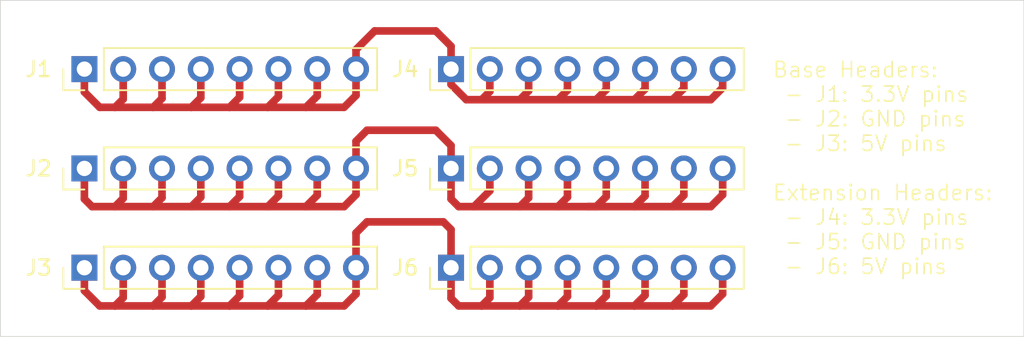
<source format=kicad_pcb>
(kicad_pcb (version 20241229) (generator "pcbnew") (generator_version "9.0")
  (layers (0 "F.Cu" signal) (2 "B.Cu" signal) (13 "F.Paste" user) (15 "B.Paste" user) (5 "F.SilkS" user "F.Silkscreen") (7 "B.SilkS" user "B.Silkscreen") (1 "F.Mask" user) (3 "B.Mask" user) (25 "Edge.Cuts" user))
  (net 0 "")
  (net 1 "+3.3V")
  (net 2 "GND")
  (net 3 "+5V")
  (footprint "Connector_PinHeader_2.54mm:PinHeader_1x08_P2.54mm_Vertical" (layer "F.Cu") (at 139.5 78.5 90)
    (property "Reference" "J5" (at 0 -3 0) (layer "F.SilkS"))
    (property "Value" "Conn_01x08" (hide yes))
    (fp_line (start -1.38 -1.38) (end 0 -1.38) (stroke (width 0.12)) (layer "F.SilkS"))
    (fp_line (start -1.38 0) (end -1.38 -1.38) (stroke (width 0.12)) (layer "F.SilkS"))
    (fp_line (start 1.38 1.27) (end 1.38 19.16) (stroke (width 0.12)) (layer "F.SilkS"))
    (fp_line (start -1.38 1.27) (end 1.38 1.27) (stroke (width 0.12)) (layer "F.SilkS"))
    (fp_line (start -1.38 1.27) (end -1.38 19.16) (stroke (width 0.12)) (layer "F.SilkS"))
    (fp_line (start -1.38 19.16) (end 1.38 19.16) (stroke (width 0.12)) (layer "F.SilkS"))
    (pad "1" thru_hole rect (at 0 0 90) (size 1.7 1.7) (drill 1) (layers "*.Cu" "*.Mask") (net 2 "GND"))
    (pad "2" thru_hole circle (at 0 2.54 90) (size 1.7 1.7) (drill 1) (layers "*.Cu" "*.Mask") (net 2 "GND"))
    (pad "3" thru_hole circle (at 0 5.08 90) (size 1.7 1.7) (drill 1) (layers "*.Cu" "*.Mask") (net 2 "GND"))
    (pad "4" thru_hole circle (at 0 7.62 90) (size 1.7 1.7) (drill 1) (layers "*.Cu" "*.Mask") (net 2 "GND"))
    (pad "5" thru_hole circle (at 0 10.16 90) (size 1.7 1.7) (drill 1) (layers "*.Cu" "*.Mask") (net 2 "GND"))
    (pad "6" thru_hole circle (at 0 12.7 90) (size 1.7 1.7) (drill 1) (layers "*.Cu" "*.Mask") (net 2 "GND"))
    (pad "7" thru_hole circle (at 0 15.24 90) (size 1.7 1.7) (drill 1) (layers "*.Cu" "*.Mask") (net 2 "GND"))
    (pad "8" thru_hole circle (at 0 17.78 90) (size 1.7 1.7) (drill 1) (layers "*.Cu" "*.Mask") (net 2 "GND"))
  )
  (footprint "Connector_PinHeader_2.54mm:PinHeader_1x08_P2.54mm_Vertical" (layer "F.Cu") (at 115.5 85 90)
    (property "Reference" "J3" (at 0 -3 0) (layer "F.SilkS"))
    (property "Value" "Conn_01x08" (hide yes))
    (fp_line (start -1.38 -1.38) (end 0 -1.38) (stroke (width 0.12)) (layer "F.SilkS"))
    (fp_line (start -1.38 0) (end -1.38 -1.38) (stroke (width 0.12)) (layer "F.SilkS"))
    (fp_line (start 1.38 1.27) (end 1.38 19.16) (stroke (width 0.12)) (layer "F.SilkS"))
    (fp_line (start -1.38 1.27) (end 1.38 1.27) (stroke (width 0.12)) (layer "F.SilkS"))
    (fp_line (start -1.38 1.27) (end -1.38 19.16) (stroke (width 0.12)) (layer "F.SilkS"))
    (fp_line (start -1.38 19.16) (end 1.38 19.16) (stroke (width 0.12)) (layer "F.SilkS"))
    (pad "1" thru_hole rect (at 0 0 90) (size 1.7 1.7) (drill 1) (layers "*.Cu" "*.Mask") (net 3 "+5V"))
    (pad "2" thru_hole circle (at 0 2.54 90) (size 1.7 1.7) (drill 1) (layers "*.Cu" "*.Mask") (net 3 "+5V"))
    (pad "3" thru_hole circle (at 0 5.08 90) (size 1.7 1.7) (drill 1) (layers "*.Cu" "*.Mask") (net 3 "+5V"))
    (pad "4" thru_hole circle (at 0 7.62 90) (size 1.7 1.7) (drill 1) (layers "*.Cu" "*.Mask") (net 3 "+5V"))
    (pad "5" thru_hole circle (at 0 10.16 90) (size 1.7 1.7) (drill 1) (layers "*.Cu" "*.Mask") (net 3 "+5V"))
    (pad "6" thru_hole circle (at 0 12.7 90) (size 1.7 1.7) (drill 1) (layers "*.Cu" "*.Mask") (net 3 "+5V"))
    (pad "7" thru_hole circle (at 0 15.24 90) (size 1.7 1.7) (drill 1) (layers "*.Cu" "*.Mask") (net 3 "+5V"))
    (pad "8" thru_hole circle (at 0 17.78 90) (size 1.7 1.7) (drill 1) (layers "*.Cu" "*.Mask") (net 3 "+5V"))
  )
  (footprint "Connector_PinHeader_2.54mm:PinHeader_1x08_P2.54mm_Vertical" (layer "F.Cu") (at 139.5 85 90)
    (property "Reference" "J6" (at 0 -3 0) (layer "F.SilkS"))
    (property "Value" "Conn_01x08" (hide yes))
    (fp_line (start -1.38 -1.38) (end 0 -1.38) (stroke (width 0.12)) (layer "F.SilkS"))
    (fp_line (start -1.38 0) (end -1.38 -1.38) (stroke (width 0.12)) (layer "F.SilkS"))
    (fp_line (start 1.38 1.27) (end 1.38 19.16) (stroke (width 0.12)) (layer "F.SilkS"))
    (fp_line (start -1.38 1.27) (end 1.38 1.27) (stroke (width 0.12)) (layer "F.SilkS"))
    (fp_line (start -1.38 1.27) (end -1.38 19.16) (stroke (width 0.12)) (layer "F.SilkS"))
    (fp_line (start -1.38 19.16) (end 1.38 19.16) (stroke (width 0.12)) (layer "F.SilkS"))
    (pad "1" thru_hole rect (at 0 0 90) (size 1.7 1.7) (drill 1) (layers "*.Cu" "*.Mask") (net 3 "+5V"))
    (pad "2" thru_hole circle (at 0 2.54 90) (size 1.7 1.7) (drill 1) (layers "*.Cu" "*.Mask") (net 3 "+5V"))
    (pad "3" thru_hole circle (at 0 5.08 90) (size 1.7 1.7) (drill 1) (layers "*.Cu" "*.Mask") (net 3 "+5V"))
    (pad "4" thru_hole circle (at 0 7.62 90) (size 1.7 1.7) (drill 1) (layers "*.Cu" "*.Mask") (net 3 "+5V"))
    (pad "5" thru_hole circle (at 0 10.16 90) (size 1.7 1.7) (drill 1) (layers "*.Cu" "*.Mask") (net 3 "+5V"))
    (pad "6" thru_hole circle (at 0 12.7 90) (size 1.7 1.7) (drill 1) (layers "*.Cu" "*.Mask") (net 3 "+5V"))
    (pad "7" thru_hole circle (at 0 15.24 90) (size 1.7 1.7) (drill 1) (layers "*.Cu" "*.Mask") (net 3 "+5V"))
    (pad "8" thru_hole circle (at 0 17.78 90) (size 1.7 1.7) (drill 1) (layers "*.Cu" "*.Mask") (net 3 "+5V"))
  )
  (footprint "Connector_PinHeader_2.54mm:PinHeader_1x08_P2.54mm_Vertical" (layer "F.Cu") (at 115.5 72 90)
    (property "Reference" "J1" (at 0 -3 0) (layer "F.SilkS"))
    (property "Value" "Conn_01x08" (hide yes))
    (fp_line (start -1.38 -1.38) (end 0 -1.38) (stroke (width 0.12)) (layer "F.SilkS"))
    (fp_line (start -1.38 0) (end -1.38 -1.38) (stroke (width 0.12)) (layer "F.SilkS"))
    (fp_line (start 1.38 1.27) (end 1.38 19.16) (stroke (width 0.12)) (layer "F.SilkS"))
    (fp_line (start -1.38 1.27) (end 1.38 1.27) (stroke (width 0.12)) (layer "F.SilkS"))
    (fp_line (start -1.38 1.27) (end -1.38 19.16) (stroke (width 0.12)) (layer "F.SilkS"))
    (fp_line (start -1.38 19.16) (end 1.38 19.16) (stroke (width 0.12)) (layer "F.SilkS"))
    (pad "1" thru_hole rect (at 0 0 90) (size 1.7 1.7) (drill 1) (layers "*.Cu" "*.Mask") (net 1 "+3.3V"))
    (pad "2" thru_hole circle (at 0 2.54 90) (size 1.7 1.7) (drill 1) (layers "*.Cu" "*.Mask") (net 1 "+3.3V"))
    (pad "3" thru_hole circle (at 0 5.08 90) (size 1.7 1.7) (drill 1) (layers "*.Cu" "*.Mask") (net 1 "+3.3V"))
    (pad "4" thru_hole circle (at 0 7.62 90) (size 1.7 1.7) (drill 1) (layers "*.Cu" "*.Mask") (net 1 "+3.3V"))
    (pad "5" thru_hole circle (at 0 10.16 90) (size 1.7 1.7) (drill 1) (layers "*.Cu" "*.Mask") (net 1 "+3.3V"))
    (pad "6" thru_hole circle (at 0 12.7 90) (size 1.7 1.7) (drill 1) (layers "*.Cu" "*.Mask") (net 1 "+3.3V"))
    (pad "7" thru_hole circle (at 0 15.24 90) (size 1.7 1.7) (drill 1) (layers "*.Cu" "*.Mask") (net 1 "+3.3V"))
    (pad "8" thru_hole circle (at 0 17.78 90) (size 1.7 1.7) (drill 1) (layers "*.Cu" "*.Mask") (net 1 "+3.3V"))
  )
  (footprint "Connector_PinHeader_2.54mm:PinHeader_1x08_P2.54mm_Vertical" (layer "F.Cu") (at 139.5 72 90)
    (property "Reference" "J4" (at 0 -3 0) (layer "F.SilkS"))
    (property "Value" "Conn_01x08" (hide yes))
    (fp_line (start -1.38 -1.38) (end 0 -1.38) (stroke (width 0.12)) (layer "F.SilkS"))
    (fp_line (start -1.38 0) (end -1.38 -1.38) (stroke (width 0.12)) (layer "F.SilkS"))
    (fp_line (start 1.38 1.27) (end 1.38 19.16) (stroke (width 0.12)) (layer "F.SilkS"))
    (fp_line (start -1.38 1.27) (end 1.38 1.27) (stroke (width 0.12)) (layer "F.SilkS"))
    (fp_line (start -1.38 1.27) (end -1.38 19.16) (stroke (width 0.12)) (layer "F.SilkS"))
    (fp_line (start -1.38 19.16) (end 1.38 19.16) (stroke (width 0.12)) (layer "F.SilkS"))
    (pad "1" thru_hole rect (at 0 0 90) (size 1.7 1.7) (drill 1) (layers "*.Cu" "*.Mask") (net 1 "+3.3V"))
    (pad "2" thru_hole circle (at 0 2.54 90) (size 1.7 1.7) (drill 1) (layers "*.Cu" "*.Mask") (net 1 "+3.3V"))
    (pad "3" thru_hole circle (at 0 5.08 90) (size 1.7 1.7) (drill 1) (layers "*.Cu" "*.Mask") (net 1 "+3.3V"))
    (pad "4" thru_hole circle (at 0 7.62 90) (size 1.7 1.7) (drill 1) (layers "*.Cu" "*.Mask") (net 1 "+3.3V"))
    (pad "5" thru_hole circle (at 0 10.16 90) (size 1.7 1.7) (drill 1) (layers "*.Cu" "*.Mask") (net 1 "+3.3V"))
    (pad "6" thru_hole circle (at 0 12.7 90) (size 1.7 1.7) (drill 1) (layers "*.Cu" "*.Mask") (net 1 "+3.3V"))
    (pad "7" thru_hole circle (at 0 15.24 90) (size 1.7 1.7) (drill 1) (layers "*.Cu" "*.Mask") (net 1 "+3.3V"))
    (pad "8" thru_hole circle (at 0 17.78 90) (size 1.7 1.7) (drill 1) (layers "*.Cu" "*.Mask") (net 1 "+3.3V"))
  )
  (footprint "Connector_PinHeader_2.54mm:PinHeader_1x08_P2.54mm_Vertical" (layer "F.Cu") (at 115.5 78.5 90)
    (property "Reference" "J2" (at 0 -3 0) (layer "F.SilkS"))
    (property "Value" "Conn_01x08" (hide yes))
    (fp_line (start -1.38 -1.38) (end 0 -1.38) (stroke (width 0.12)) (layer "F.SilkS"))
    (fp_line (start -1.38 0) (end -1.38 -1.38) (stroke (width 0.12)) (layer "F.SilkS"))
    (fp_line (start 1.38 1.27) (end 1.38 19.16) (stroke (width 0.12)) (layer "F.SilkS"))
    (fp_line (start -1.38 1.27) (end 1.38 1.27) (stroke (width 0.12)) (layer "F.SilkS"))
    (fp_line (start -1.38 1.27) (end -1.38 19.16) (stroke (width 0.12)) (layer "F.SilkS"))
    (fp_line (start -1.38 19.16) (end 1.38 19.16) (stroke (width 0.12)) (layer "F.SilkS"))
    (pad "1" thru_hole rect (at 0 0 90) (size 1.7 1.7) (drill 1) (layers "*.Cu" "*.Mask") (net 2 "GND"))
    (pad "2" thru_hole circle (at 0 2.54 90) (size 1.7 1.7) (drill 1) (layers "*.Cu" "*.Mask") (net 2 "GND"))
    (pad "3" thru_hole circle (at 0 5.08 90) (size 1.7 1.7) (drill 1) (layers "*.Cu" "*.Mask") (net 2 "GND"))
    (pad "4" thru_hole circle (at 0 7.62 90) (size 1.7 1.7) (drill 1) (layers "*.Cu" "*.Mask") (net 2 "GND"))
    (pad "5" thru_hole circle (at 0 10.16 90) (size 1.7 1.7) (drill 1) (layers "*.Cu" "*.Mask") (net 2 "GND"))
    (pad "6" thru_hole circle (at 0 12.7 90) (size 1.7 1.7) (drill 1) (layers "*.Cu" "*.Mask") (net 2 "GND"))
    (pad "7" thru_hole circle (at 0 15.24 90) (size 1.7 1.7) (drill 1) (layers "*.Cu" "*.Mask") (net 2 "GND"))
    (pad "8" thru_hole circle (at 0 17.78 90) (size 1.7 1.7) (drill 1) (layers "*.Cu" "*.Mask") (net 2 "GND"))
  )
  (gr_rect (start 110 67.5) (end 177 89.5) (stroke (width 0.05)) (fill no) (layer "Edge.Cuts"))
  (gr_text "Base Headers:\n - J1: 3.3V pins\n - J2: GND pins\n - J3: 5V pins\n\nExtension Headers:\n - J4: 3.3V pins\n - J5: GND pins\n - J6: 5V pins" (at 160.5 85.5 0) (layer "F.SilkS") (effects (font (size 1 1) (thickness 0.1)) (justify left bottom)))
  (segment (start 130.74 72) (end 130.74 73.76) (width 0.5) (layer "F.Cu") (net 1))
  (segment (start 125 74.5) (end 122.5 74.5) (width 0.5) (layer "F.Cu") (net 1))
  (segment (start 152.2 73.3) (end 151.5 74) (width 0.5) (layer "F.Cu") (net 1))
  (segment (start 144.58 73.42) (end 144 74) (width 0.5) (layer "F.Cu") (net 1))
  (segment (start 125.66 73.84) (end 125 74.5) (width 0.5) (layer "F.Cu") (net 1))
  (segment (start 133.28 73.72) (end 132.5 74.5) (width 0.5) (layer "F.Cu") (net 1))
  (segment (start 142.04 72) (end 142.04 73.46) (width 0.5) (layer "F.Cu") (net 1))
  (segment (start 149.66 73.34) (end 149 74) (width 0.5) (layer "F.Cu") (net 1))
  (segment (start 152.2 72) (end 152.2 73.3) (width 0.5) (layer "F.Cu") (net 1))
  (segment (start 122.5 74.5) (end 120 74.5) (width 0.5) (layer "F.Cu") (net 1))
  (segment (start 141.5 74) (end 140.5 74) (width 0.5) (layer "F.Cu") (net 1))
  (segment (start 139.5 70.5) (end 139.5 72) (width 0.5) (layer "F.Cu") (net 1))
  (segment (start 118.04 73.96) (end 117.5 74.5) (width 0.5) (layer "F.Cu") (net 1))
  (segment (start 133.28 70.72) (end 134.5 69.5) (width 0.5) (layer "F.Cu") (net 1))
  (segment (start 140.5 74) (end 139.5 73) (width 0.5) (layer "F.Cu") (net 1))
  (segment (start 147.12 73.38) (end 146.5 74) (width 0.5) (layer "F.Cu") (net 1))
  (segment (start 132.5 74.5) (end 130 74.5) (width 0.5) (layer "F.Cu") (net 1))
  (segment (start 157.28 72) (end 157.28 73.22) (width 0.5) (layer "F.Cu") (net 1))
  (segment (start 154.74 73.26) (end 154 74) (width 0.5) (layer "F.Cu") (net 1))
  (segment (start 115.5 73.5) (end 116.5 74.5) (width 0.5) (layer "F.Cu") (net 1))
  (segment (start 133.28 72) (end 133.28 73.72) (width 0.5) (layer "F.Cu") (net 1))
  (segment (start 127.5 74.5) (end 125 74.5) (width 0.5) (layer "F.Cu") (net 1))
  (segment (start 123.12 73.88) (end 122.5 74.5) (width 0.5) (layer "F.Cu") (net 1))
  (segment (start 146.5 74) (end 144 74) (width 0.5) (layer "F.Cu") (net 1))
  (segment (start 120 74.5) (end 117.5 74.5) (width 0.5) (layer "F.Cu") (net 1))
  (segment (start 120.58 73.92) (end 120 74.5) (width 0.5) (layer "F.Cu") (net 1))
  (segment (start 115.5 72) (end 115.5 73.5) (width 0.5) (layer "F.Cu") (net 1))
  (segment (start 154 74) (end 151.5 74) (width 0.5) (layer "F.Cu") (net 1))
  (segment (start 128.2 73.8) (end 127.5 74.5) (width 0.5) (layer "F.Cu") (net 1))
  (segment (start 154.74 72) (end 154.74 73.26) (width 0.5) (layer "F.Cu") (net 1))
  (segment (start 133.28 72) (end 133.28 70.72) (width 0.5) (layer "F.Cu") (net 1))
  (segment (start 120.58 72) (end 120.58 73.92) (width 0.5) (layer "F.Cu") (net 1))
  (segment (start 149 74) (end 146.5 74) (width 0.5) (layer "F.Cu") (net 1))
  (segment (start 116.5 74.5) (end 117.5 74.5) (width 0.5) (layer "F.Cu") (net 1))
  (segment (start 123.12 72) (end 123.12 73.88) (width 0.5) (layer "F.Cu") (net 1))
  (segment (start 151.5 74) (end 149 74) (width 0.5) (layer "F.Cu") (net 1))
  (segment (start 156.5 74) (end 154 74) (width 0.5) (layer "F.Cu") (net 1))
  (segment (start 118.04 72) (end 118.04 73.96) (width 0.5) (layer "F.Cu") (net 1))
  (segment (start 130.74 73.76) (end 130 74.5) (width 0.5) (layer "F.Cu") (net 1))
  (segment (start 139.5 73) (end 139.5 72) (width 0.5) (layer "F.Cu") (net 1))
  (segment (start 128.2 72) (end 128.2 73.8) (width 0.5) (layer "F.Cu") (net 1))
  (segment (start 147.12 72) (end 147.12 73.38) (width 0.5) (layer "F.Cu") (net 1))
  (segment (start 130 74.5) (end 127.5 74.5) (width 0.5) (layer "F.Cu") (net 1))
  (segment (start 125.66 72) (end 125.66 73.84) (width 0.5) (layer "F.Cu") (net 1))
  (segment (start 144 74) (end 141.5 74) (width 0.5) (layer "F.Cu") (net 1))
  (segment (start 134.5 69.5) (end 138.5 69.5) (width 0.5) (layer "F.Cu") (net 1))
  (segment (start 142.04 73.46) (end 141.5 74) (width 0.5) (layer "F.Cu") (net 1))
  (segment (start 144.58 72) (end 144.58 73.42) (width 0.5) (layer "F.Cu") (net 1))
  (segment (start 149.66 72) (end 149.66 73.34) (width 0.5) (layer "F.Cu") (net 1))
  (segment (start 157.28 73.22) (end 156.5 74) (width 0.5) (layer "F.Cu") (net 1))
  (segment (start 138.5 69.5) (end 139.5 70.5) (width 0.5) (layer "F.Cu") (net 1))
  (segment (start 142.04 79.96) (end 142.04 78.5) (width 0.5) (layer "F.Cu") (net 2))
  (segment (start 147.12 78.5) (end 147.12 80.38) (width 0.5) (layer "F.Cu") (net 2))
  (segment (start 141 81) (end 142.04 79.96) (width 0.5) (layer "F.Cu") (net 2))
  (segment (start 128.2 80.3) (end 127.5 81) (width 0.5) (layer "F.Cu") (net 2))
  (segment (start 122.5 81) (end 120 81) (width 0.5) (layer "F.Cu") (net 2))
  (segment (start 146.5 81) (end 144 81) (width 0.5) (layer "F.Cu") (net 2))
  (segment (start 144.58 80.42) (end 144 81) (width 0.5) (layer "F.Cu") (net 2))
  (segment (start 125.66 78.5) (end 125.66 80.34) (width 0.5) (layer "F.Cu") (net 2))
  (segment (start 133.28 76.72) (end 134 76) (width 0.5) (layer "F.Cu") (net 2))
  (segment (start 115.5 78.5) (end 115.5 80.5) (width 0.5) (layer "F.Cu") (net 2))
  (segment (start 138.5 76) (end 139.5 77) (width 0.5) (layer "F.Cu") (net 2))
  (segment (start 123.12 80.38) (end 122.5 81) (width 0.5) (layer "F.Cu") (net 2))
  (segment (start 133.28 78.5) (end 133.28 80.22) (width 0.5) (layer "F.Cu") (net 2))
  (segment (start 127.5 81) (end 125 81) (width 0.5) (layer "F.Cu") (net 2))
  (segment (start 149 81) (end 148.5 81) (width 0.5) (layer "F.Cu") (net 2))
  (segment (start 130.74 80.26) (end 130 81) (width 0.5) (layer "F.Cu") (net 2))
  (segment (start 130.74 78.5) (end 130.74 80.26) (width 0.5) (layer "F.Cu") (net 2))
  (segment (start 152.2 78.5) (end 152.2 80.3) (width 0.5) (layer "F.Cu") (net 2))
  (segment (start 133.28 80.22) (end 132.5 81) (width 0.5) (layer "F.Cu") (net 2))
  (segment (start 123.12 78.5) (end 123.12 80.38) (width 0.5) (layer "F.Cu") (net 2))
  (segment (start 151.5 81) (end 148.5 81) (width 0.5) (layer "F.Cu") (net 2))
  (segment (start 140 81) (end 141 81) (width 0.5) (layer "F.Cu") (net 2))
  (segment (start 125 81) (end 122.5 81) (width 0.5) (layer "F.Cu") (net 2))
  (segment (start 148.5 81) (end 146.5 81) (width 0.5) (layer "F.Cu") (net 2))
  (segment (start 120.58 78.5) (end 120.58 80.42) (width 0.5) (layer "F.Cu") (net 2))
  (segment (start 157.28 80.22) (end 156.5 81) (width 0.5) (layer "F.Cu") (net 2))
  (segment (start 156.5 81) (end 154 81) (width 0.5) (layer "F.Cu") (net 2))
  (segment (start 115.5 80.5) (end 116 81) (width 0.5) (layer "F.Cu") (net 2))
  (segment (start 130 81) (end 127.5 81) (width 0.5) (layer "F.Cu") (net 2))
  (segment (start 144.58 78.5) (end 144.58 80.42) (width 0.5) (layer "F.Cu") (net 2))
  (segment (start 120 81) (end 117.5 81) (width 0.5) (layer "F.Cu") (net 2))
  (segment (start 154 81) (end 151.5 81) (width 0.5) (layer "F.Cu") (net 2))
  (segment (start 152.2 80.3) (end 151.5 81) (width 0.5) (layer "F.Cu") (net 2))
  (segment (start 132.5 81) (end 130 81) (width 0.5) (layer "F.Cu") (net 2))
  (segment (start 116 81) (end 117.5 81) (width 0.5) (layer "F.Cu") (net 2))
  (segment (start 144 81) (end 141 81) (width 0.5) (layer "F.Cu") (net 2))
  (segment (start 139.5 78.5) (end 139.5 80.5) (width 0.5) (layer "F.Cu") (net 2))
  (segment (start 118.04 80.46) (end 118.04 78.5) (width 0.5) (layer "F.Cu") (net 2))
  (segment (start 149.66 80.34) (end 149 81) (width 0.5) (layer "F.Cu") (net 2))
  (segment (start 125.66 80.34) (end 125 81) (width 0.5) (layer "F.Cu") (net 2))
  (segment (start 134 76) (end 138.5 76) (width 0.5) (layer "F.Cu") (net 2))
  (segment (start 154.74 80.26) (end 154 81) (width 0.5) (layer "F.Cu") (net 2))
  (segment (start 157.28 78.5) (end 157.28 80.22) (width 0.5) (layer "F.Cu") (net 2))
  (segment (start 117.5 81) (end 118.04 80.46) (width 0.5) (layer "F.Cu") (net 2))
  (segment (start 154.74 78.5) (end 154.74 80.26) (width 0.5) (layer "F.Cu") (net 2))
  (segment (start 133.28 78.5) (end 133.28 76.72) (width 0.5) (layer "F.Cu") (net 2))
  (segment (start 128.2 78.5) (end 128.2 80.3) (width 0.5) (layer "F.Cu") (net 2))
  (segment (start 149.66 78.5) (end 149.66 80.34) (width 0.5) (layer "F.Cu") (net 2))
  (segment (start 120.58 80.42) (end 120 81) (width 0.5) (layer "F.Cu") (net 2))
  (segment (start 139.5 77) (end 139.5 78.5) (width 0.5) (layer "F.Cu") (net 2))
  (segment (start 147.12 80.38) (end 146.5 81) (width 0.5) (layer "F.Cu") (net 2))
  (segment (start 139.5 80.5) (end 140 81) (width 0.5) (layer "F.Cu") (net 2))
  (segment (start 117.5 87.5) (end 118.04 86.96) (width 0.5) (layer "F.Cu") (net 3))
  (segment (start 125.66 86.84) (end 125 87.5) (width 0.5) (layer "F.Cu") (net 3))
  (segment (start 125 87.5) (end 122.5 87.5) (width 0.5) (layer "F.Cu") (net 3))
  (segment (start 154.74 86.76) (end 154 87.5) (width 0.5) (layer "F.Cu") (net 3))
  (segment (start 140 87.5) (end 141.5 87.5) (width 0.5) (layer "F.Cu") (net 3))
  (segment (start 118.04 86.96) (end 118.04 85) (width 0.5) (layer "F.Cu") (net 3))
  (segment (start 154.74 85) (end 154.74 86.76) (width 0.5) (layer "F.Cu") (net 3))
  (segment (start 115.5 85) (end 115.5 86.5) (width 0.5) (layer "F.Cu") (net 3))
  (segment (start 144 87.5) (end 141.5 87.5) (width 0.5) (layer "F.Cu") (net 3))
  (segment (start 132.5 87.5) (end 130 87.5) (width 0.5) (layer "F.Cu") (net 3))
  (segment (start 152.2 86.8) (end 151.5 87.5) (width 0.5) (layer "F.Cu") (net 3))
  (segment (start 133.28 85) (end 133.28 86.72) (width 0.5) (layer "F.Cu") (net 3))
  (segment (start 146.5 87.5) (end 144 87.5) (width 0.5) (layer "F.Cu") (net 3))
  (segment (start 123.12 86.88) (end 122.5 87.5) (width 0.5) (layer "F.Cu") (net 3))
  (segment (start 149 87.5) (end 146.5 87.5) (width 0.5) (layer "F.Cu") (net 3))
  (segment (start 147.12 85) (end 147.12 86.88) (width 0.5) (layer "F.Cu") (net 3))
  (segment (start 120.58 86.92) (end 120 87.5) (width 0.5) (layer "F.Cu") (net 3))
  (segment (start 133.28 85) (end 133.28 82.72) (width 0.5) (layer "F.Cu") (net 3))
  (segment (start 127.5 87.5) (end 125 87.5) (width 0.5) (layer "F.Cu") (net 3))
  (segment (start 125.66 85) (end 125.66 86.84) (width 0.5) (layer "F.Cu") (net 3))
  (segment (start 157.28 85) (end 157.28 86.72) (width 0.5) (layer "F.Cu") (net 3))
  (segment (start 128.2 85) (end 128.2 86.8) (width 0.5) (layer "F.Cu") (net 3))
  (segment (start 139 82) (end 139.5 82.5) (width 0.5) (layer "F.Cu") (net 3))
  (segment (start 157.28 86.72) (end 156.5 87.5) (width 0.5) (layer "F.Cu") (net 3))
  (segment (start 154 87.5) (end 151.5 87.5) (width 0.5) (layer "F.Cu") (net 3))
  (segment (start 147.12 86.88) (end 146.5 87.5) (width 0.5) (layer "F.Cu") (net 3))
  (segment (start 130.74 85) (end 130.74 86.76) (width 0.5) (layer "F.Cu") (net 3))
  (segment (start 139.5 87) (end 140 87.5) (width 0.5) (layer "F.Cu") (net 3))
  (segment (start 128.2 86.8) (end 127.5 87.5) (width 0.5) (layer "F.Cu") (net 3))
  (segment (start 133.28 82.72) (end 134 82) (width 0.5) (layer "F.Cu") (net 3))
  (segment (start 123.12 85) (end 123.12 86.88) (width 0.5) (layer "F.Cu") (net 3))
  (segment (start 144.58 85) (end 144.58 86.92) (width 0.5) (layer "F.Cu") (net 3))
  (segment (start 120.58 85) (end 120.58 86.92) (width 0.5) (layer "F.Cu") (net 3))
  (segment (start 149.66 85) (end 149.66 86.84) (width 0.5) (layer "F.Cu") (net 3))
  (segment (start 144.58 86.92) (end 144 87.5) (width 0.5) (layer "F.Cu") (net 3))
  (segment (start 130.74 86.76) (end 130 87.5) (width 0.5) (layer "F.Cu") (net 3))
  (segment (start 122.5 87.5) (end 120 87.5) (width 0.5) (layer "F.Cu") (net 3))
  (segment (start 156.5 87.5) (end 154 87.5) (width 0.5) (layer "F.Cu") (net 3))
  (segment (start 116.5 87.5) (end 117.5 87.5) (width 0.5) (layer "F.Cu") (net 3))
  (segment (start 134 82) (end 139 82) (width 0.5) (layer "F.Cu") (net 3))
  (segment (start 139.5 82.5) (end 139.5 85) (width 0.5) (layer "F.Cu") (net 3))
  (segment (start 152.2 85) (end 152.2 86.8) (width 0.5) (layer "F.Cu") (net 3))
  (segment (start 120 87.5) (end 117.5 87.5) (width 0.5) (layer "F.Cu") (net 3))
  (segment (start 130 87.5) (end 127.5 87.5) (width 0.5) (layer "F.Cu") (net 3))
  (segment (start 141.5 87.5) (end 142.04 86.96) (width 0.5) (layer "F.Cu") (net 3))
  (segment (start 133.28 86.72) (end 132.5 87.5) (width 0.5) (layer "F.Cu") (net 3))
  (segment (start 151.5 87.5) (end 149 87.5) (width 0.5) (layer "F.Cu") (net 3))
  (segment (start 142.04 86.96) (end 142.04 85) (width 0.5) (layer "F.Cu") (net 3))
  (segment (start 149.66 86.84) (end 149 87.5) (width 0.5) (layer "F.Cu") (net 3))
  (segment (start 139.5 85) (end 139.5 87) (width 0.5) (layer "F.Cu") (net 3))
  (segment (start 115.5 86.5) (end 116.5 87.5) (width 0.5) (layer "F.Cu") (net 3))
)
</source>
